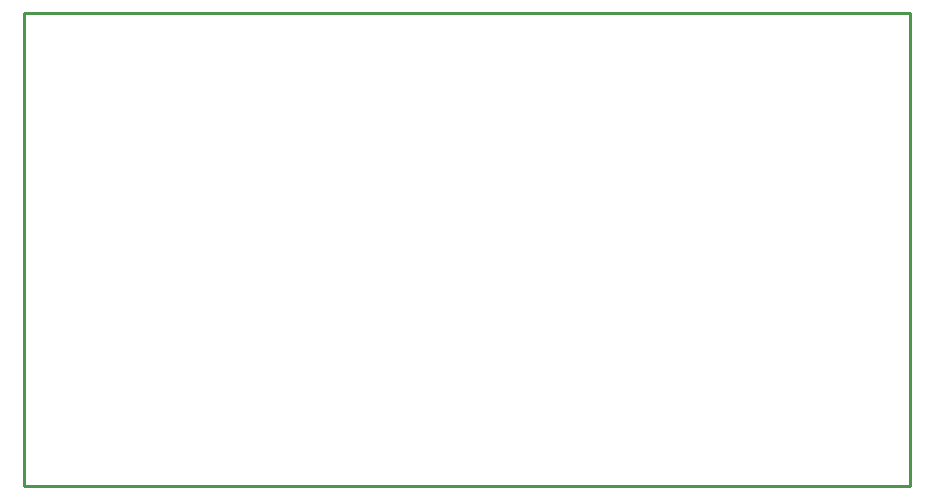
<source format=gko>
G04 Layer_Color=16711935*
%FSLAX44Y44*%
%MOMM*%
G71*
G01*
G75*
%ADD29C,0.2540*%
D29*
X0Y0D02*
X750000D01*
X0Y-400000D02*
Y0D01*
Y-400000D02*
X750000D01*
Y0D01*
M02*

</source>
